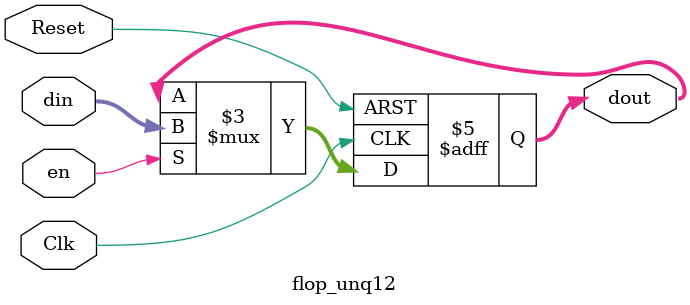
<source format=sv>

/* *****************************************************************************
 * File: flop.vp
 * 
 * Description:
 * Genesis2 flip-flop generator.
 * 
 * Required Genesis2 Controlable Parameters:
 * * Type		- Constant, Flop, RFlop, EFlop, or REFlop
 * * Width		- integer value specifying register width
 * * Default		- default value for the flop 
 *			 (only applies when flop_type=constant|rflop|reflop)
 * * SyncMode		- Sync or ASync flop * Change bar:
 * 
 * 
 * -----------
 * Date          Author   Description
 * Mar 30, 2010  shacham  init version  --  
 * May 20, 2014  jingpu   Add Async mode, change to active low reset
 * 
 * ****************************************************************************/


/*******************************************************************************
 * REQUIRED PARAMETERIZATION
 ******************************************************************************/
// Type (_GENESIS2_INHERITANCE_PRIORITY_) = REFlop
//
// Default (_GENESIS2_DECLARATION_PRIORITY_) = 0
//
// Width (_GENESIS2_INHERITANCE_PRIORITY_) = 16
//
// SyncMode (_GENESIS2_DECLARATION_PRIORITY_) = ASync
//

module flop_unq12(
	       //inputs
	       input wire logic 		   Clk,
	       input wire logic [15:0]  din,
	       input wire logic 		   Reset,
	       input wire logic 		   en,

	       //outputs
	       output logic [15:0] dout
	       );


   /* synopsys dc_tcl_script_begin
    set_dont_retime [current_design] true
    set_optimize_registers false -design [current_design]
    */
   


   
   always_ff @(posedge Clk or negedge Reset) begin
      if (!Reset) 
	dout <= 16'h0;
      else if (en)
	dout <= din;
   end

endmodule : flop_unq12

</source>
